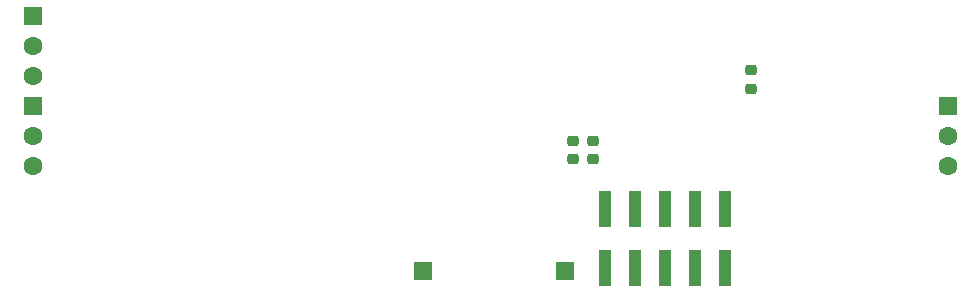
<source format=gbr>
G04 #@! TF.GenerationSoftware,KiCad,Pcbnew,6.0.10-86aedd382b~118~ubuntu22.04.1*
G04 #@! TF.CreationDate,2023-01-19T22:52:07+01:00*
G04 #@! TF.ProjectId,mre_addon_v2,6d72655f-6164-4646-9f6e-5f76322e6b69,V2.5*
G04 #@! TF.SameCoordinates,Original*
G04 #@! TF.FileFunction,Paste,Bot*
G04 #@! TF.FilePolarity,Positive*
%FSLAX46Y46*%
G04 Gerber Fmt 4.6, Leading zero omitted, Abs format (unit mm)*
G04 Created by KiCad (PCBNEW 6.0.10-86aedd382b~118~ubuntu22.04.1) date 2023-01-19 22:52:07*
%MOMM*%
%LPD*%
G01*
G04 APERTURE LIST*
G04 Aperture macros list*
%AMRoundRect*
0 Rectangle with rounded corners*
0 $1 Rounding radius*
0 $2 $3 $4 $5 $6 $7 $8 $9 X,Y pos of 4 corners*
0 Add a 4 corners polygon primitive as box body*
4,1,4,$2,$3,$4,$5,$6,$7,$8,$9,$2,$3,0*
0 Add four circle primitives for the rounded corners*
1,1,$1+$1,$2,$3*
1,1,$1+$1,$4,$5*
1,1,$1+$1,$6,$7*
1,1,$1+$1,$8,$9*
0 Add four rect primitives between the rounded corners*
20,1,$1+$1,$2,$3,$4,$5,0*
20,1,$1+$1,$4,$5,$6,$7,0*
20,1,$1+$1,$6,$7,$8,$9,0*
20,1,$1+$1,$8,$9,$2,$3,0*%
G04 Aperture macros list end*
%ADD10C,1.600000*%
%ADD11R,1.600000X1.600000*%
%ADD12RoundRect,0.218750X0.256250X-0.218750X0.256250X0.218750X-0.256250X0.218750X-0.256250X-0.218750X0*%
%ADD13R,1.000000X3.150000*%
G04 APERTURE END LIST*
D10*
X76530200Y-160990200D03*
D11*
X109550200Y-169880200D03*
D10*
X76530200Y-158450200D03*
D11*
X76530200Y-155910200D03*
D10*
X76530200Y-153370200D03*
D11*
X121615200Y-169880200D03*
D10*
X154000200Y-158450200D03*
X154000200Y-160990200D03*
D11*
X76530200Y-148290200D03*
X154000200Y-155910200D03*
D10*
X76530200Y-150830200D03*
D12*
X123950000Y-160387500D03*
X123950000Y-158812500D03*
X122300000Y-160387500D03*
X122300000Y-158812500D03*
X137300000Y-154437500D03*
X137300000Y-152862500D03*
D13*
X124968000Y-164581600D03*
X124968000Y-169631600D03*
X127508000Y-164581600D03*
X127508000Y-169631600D03*
X130048000Y-164581600D03*
X130048000Y-169631600D03*
X132588000Y-164581600D03*
X132588000Y-169631600D03*
X135128000Y-164581600D03*
X135128000Y-169631600D03*
M02*

</source>
